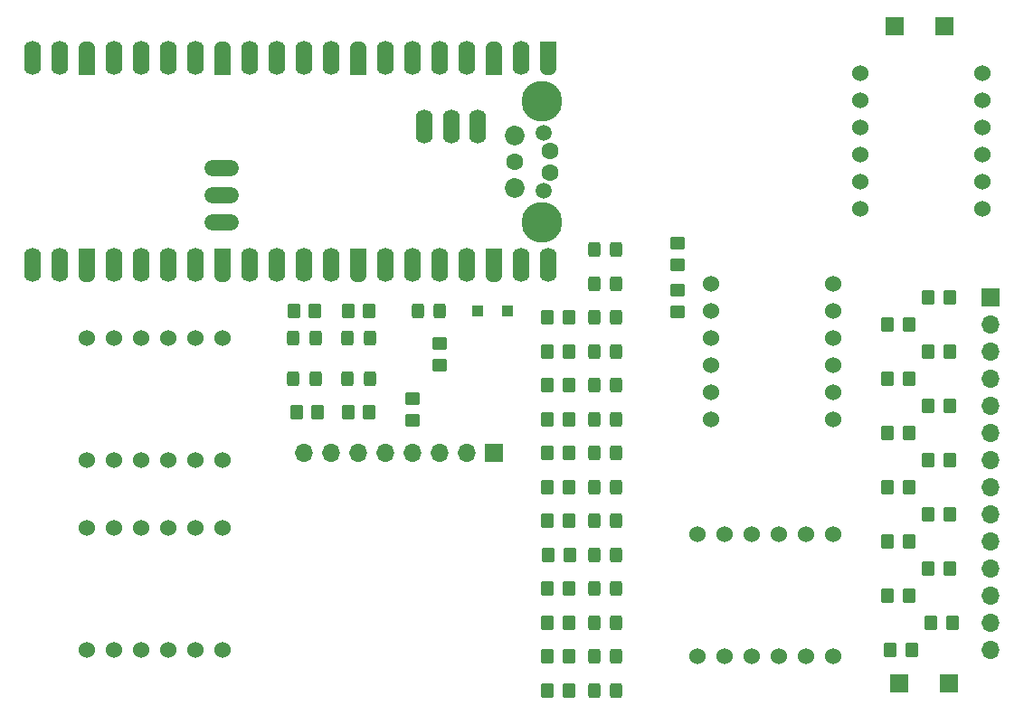
<source format=gbr>
%TF.GenerationSoftware,KiCad,Pcbnew,8.0.2*%
%TF.CreationDate,2024-05-17T23:09:10+02:00*%
%TF.ProjectId,pcb,7063622e-6b69-4636-9164-5f7063625858,rev?*%
%TF.SameCoordinates,Original*%
%TF.FileFunction,Soldermask,Top*%
%TF.FilePolarity,Negative*%
%FSLAX46Y46*%
G04 Gerber Fmt 4.6, Leading zero omitted, Abs format (unit mm)*
G04 Created by KiCad (PCBNEW 8.0.2) date 2024-05-17 23:09:10*
%MOMM*%
%LPD*%
G01*
G04 APERTURE LIST*
G04 Aperture macros list*
%AMRoundRect*
0 Rectangle with rounded corners*
0 $1 Rounding radius*
0 $2 $3 $4 $5 $6 $7 $8 $9 X,Y pos of 4 corners*
0 Add a 4 corners polygon primitive as box body*
4,1,4,$2,$3,$4,$5,$6,$7,$8,$9,$2,$3,0*
0 Add four circle primitives for the rounded corners*
1,1,$1+$1,$2,$3*
1,1,$1+$1,$4,$5*
1,1,$1+$1,$6,$7*
1,1,$1+$1,$8,$9*
0 Add four rect primitives between the rounded corners*
20,1,$1+$1,$2,$3,$4,$5,0*
20,1,$1+$1,$4,$5,$6,$7,0*
20,1,$1+$1,$6,$7,$8,$9,0*
20,1,$1+$1,$8,$9,$2,$3,0*%
%AMFreePoly0*
4,1,29,1.778017,0.779942,1.947107,0.720775,2.098792,0.625465,2.225465,0.498792,2.320775,0.347107,2.379942,0.178017,2.400000,0.000000,2.379942,-0.178017,2.320775,-0.347107,2.225465,-0.498792,2.098792,-0.625465,1.947107,-0.720775,1.778017,-0.779942,1.600000,-0.800000,0.000000,-0.800000,-0.600000,-0.800000,-0.605014,-0.794986,-0.644504,-0.794986,-0.724698,-0.756366,-0.780194,-0.686777,
-0.800000,-0.600000,-0.800000,0.600000,-0.780194,0.686777,-0.724698,0.756366,-0.644504,0.794986,-0.605014,0.794986,-0.600000,0.800000,1.600000,0.800000,1.778017,0.779942,1.778017,0.779942,$1*%
%AMFreePoly1*
4,1,29,0.605014,0.794986,0.644504,0.794986,0.724698,0.756366,0.780194,0.686777,0.800000,0.600000,0.800000,-0.600000,0.780194,-0.686777,0.724698,-0.756366,0.644504,-0.794986,0.605014,-0.794986,0.600000,-0.800000,0.000000,-0.800000,-1.600000,-0.800000,-1.778017,-0.779942,-1.947107,-0.720775,-2.098792,-0.625465,-2.225465,-0.498792,-2.320775,-0.347107,-2.379942,-0.178017,-2.400000,0.000000,
-2.379942,0.178017,-2.320775,0.347107,-2.225465,0.498792,-2.098792,0.625465,-1.947107,0.720775,-1.778017,0.779942,-1.600000,0.800000,0.600000,0.800000,0.605014,0.794986,0.605014,0.794986,$1*%
%AMFreePoly2*
4,1,28,0.178017,0.779942,0.347107,0.720775,0.498792,0.625465,0.625465,0.498792,0.720775,0.347107,0.779942,0.178017,0.800000,0.000000,0.779942,-0.178017,0.720775,-0.347107,0.625465,-0.498792,0.498792,-0.625465,0.347107,-0.720775,0.178017,-0.779942,0.000000,-0.800000,-2.200000,-0.800000,-2.205014,-0.794986,-2.244504,-0.794986,-2.324698,-0.756366,-2.380194,-0.686777,-2.400000,-0.600000,
-2.400000,0.600000,-2.380194,0.686777,-2.324698,0.756366,-2.244504,0.794986,-2.205014,0.794986,-2.200000,0.800000,0.000000,0.800000,0.178017,0.779942,0.178017,0.779942,$1*%
G04 Aperture macros list end*
%ADD10R,1.700000X1.700000*%
%ADD11C,1.524000*%
%ADD12RoundRect,0.250000X-0.350000X-0.450000X0.350000X-0.450000X0.350000X0.450000X-0.350000X0.450000X0*%
%ADD13RoundRect,0.250000X-0.325000X-0.450000X0.325000X-0.450000X0.325000X0.450000X-0.325000X0.450000X0*%
%ADD14RoundRect,0.250000X0.325000X0.450000X-0.325000X0.450000X-0.325000X-0.450000X0.325000X-0.450000X0*%
%ADD15C,1.600000*%
%ADD16RoundRect,0.800000X-0.000010X0.800000X-0.000010X-0.800000X0.000010X-0.800000X0.000010X0.800000X0*%
%ADD17RoundRect,0.800000X-0.800000X0.000010X-0.800000X-0.000010X0.800000X-0.000010X0.800000X0.000010X0*%
%ADD18FreePoly0,270.000000*%
%ADD19FreePoly1,270.000000*%
%ADD20FreePoly2,270.000000*%
%ADD21C,3.800000*%
%ADD22C,1.500000*%
%ADD23C,1.850000*%
%ADD24RoundRect,0.250000X0.450000X-0.350000X0.450000X0.350000X-0.450000X0.350000X-0.450000X-0.350000X0*%
%ADD25RoundRect,0.250000X-0.450000X0.350000X-0.450000X-0.350000X0.450000X-0.350000X0.450000X0.350000X0*%
%ADD26O,1.700000X1.700000*%
%ADD27RoundRect,0.250000X0.300000X0.300000X-0.300000X0.300000X-0.300000X-0.300000X0.300000X-0.300000X0*%
G04 APERTURE END LIST*
D10*
%TO.C,J6*%
X128475000Y-31750000D03*
%TD*%
%TO.C,J5*%
X123825000Y-31750000D03*
%TD*%
%TO.C,J4*%
X124255000Y-93345000D03*
%TD*%
%TO.C,J3*%
X128905000Y-93345000D03*
%TD*%
D11*
%TO.C,U6*%
X118110000Y-55880000D03*
X118110000Y-58420000D03*
X118110000Y-60960000D03*
X118110000Y-63500000D03*
X118110000Y-66040000D03*
X118110000Y-68580000D03*
X106680000Y-68580000D03*
X106680000Y-66040000D03*
X106680000Y-63500000D03*
X106680000Y-60960000D03*
X106680000Y-58420000D03*
X106680000Y-55880000D03*
%TD*%
%TO.C,U5*%
X120650000Y-36195000D03*
X120650000Y-38735000D03*
X120650000Y-41275000D03*
X120650000Y-43815000D03*
X120650000Y-46355000D03*
X120650000Y-48895000D03*
X132080000Y-48895000D03*
X132080000Y-46355000D03*
X132080000Y-43815000D03*
X132080000Y-41275000D03*
X132080000Y-38735000D03*
X132080000Y-36195000D03*
%TD*%
%TO.C,U4*%
X48260000Y-90170000D03*
X50800000Y-90170000D03*
X53340000Y-90170000D03*
X55880000Y-90170000D03*
X58420000Y-90170000D03*
X60960000Y-90170000D03*
X60960000Y-78740000D03*
X58420000Y-78740000D03*
X55880000Y-78740000D03*
X53340000Y-78740000D03*
X50800000Y-78740000D03*
X48260000Y-78740000D03*
%TD*%
%TO.C,U3*%
X118110000Y-79375000D03*
X115570000Y-79375000D03*
X113030000Y-79375000D03*
X110490000Y-79375000D03*
X107950000Y-79375000D03*
X105410000Y-79375000D03*
X105410000Y-90805000D03*
X107950000Y-90805000D03*
X110490000Y-90805000D03*
X113030000Y-90805000D03*
X115570000Y-90805000D03*
X118110000Y-90805000D03*
%TD*%
%TO.C,U2*%
X60960000Y-60960000D03*
X58420000Y-60960000D03*
X55880000Y-60960000D03*
X53340000Y-60960000D03*
X50800000Y-60960000D03*
X48260000Y-60960000D03*
X48260000Y-72390000D03*
X50800000Y-72390000D03*
X53340000Y-72390000D03*
X55880000Y-72390000D03*
X58420000Y-72390000D03*
X60960000Y-72390000D03*
%TD*%
D12*
%TO.C,R2*%
X123165000Y-59690000D03*
X125165000Y-59690000D03*
%TD*%
D13*
%TO.C,D9*%
X97790000Y-74930000D03*
X95740000Y-74930000D03*
%TD*%
D12*
%TO.C,R30*%
X69580000Y-58420000D03*
X67580000Y-58420000D03*
%TD*%
D14*
%TO.C,RST_I*%
X69605000Y-60960000D03*
X67555000Y-60960000D03*
%TD*%
D15*
%TO.C,U1*%
X79810000Y-41950000D03*
D16*
X79810000Y-41150000D03*
D15*
X82310000Y-41950000D03*
D16*
X82310000Y-41150000D03*
D15*
X84810000Y-41950000D03*
D16*
X84810000Y-41150000D03*
D15*
X91610000Y-43450000D03*
X91610000Y-45450000D03*
X88310000Y-44450000D03*
D17*
X60810000Y-50114100D03*
D15*
X61610000Y-50114100D03*
D17*
X60810000Y-47574100D03*
D15*
X61610000Y-47574100D03*
D17*
X60810000Y-45034100D03*
D15*
X61610000Y-45034100D03*
D16*
X91440000Y-54140000D03*
X88900000Y-54140000D03*
D18*
X86360000Y-53340000D03*
D16*
X83820000Y-54140000D03*
X81280000Y-54140000D03*
X78740000Y-54140000D03*
X76200000Y-54140000D03*
D18*
X73660000Y-53340000D03*
D16*
X71120000Y-54140000D03*
X68580000Y-54140000D03*
X66040000Y-54140000D03*
X63500000Y-54140000D03*
D18*
X60960000Y-53340000D03*
D16*
X58420000Y-54140000D03*
X55880000Y-54140000D03*
X53340000Y-54140000D03*
X50800000Y-54140000D03*
D18*
X48260000Y-53340000D03*
D16*
X45720000Y-54140000D03*
X43180000Y-54140000D03*
X43180000Y-34760000D03*
X45720000Y-34760000D03*
D19*
X48260000Y-35560000D03*
D16*
X50800000Y-34760000D03*
X53340000Y-34760000D03*
X55880000Y-34760000D03*
X58420000Y-34760000D03*
D19*
X60960000Y-35560000D03*
D16*
X63500000Y-34760000D03*
X66040000Y-34760000D03*
X68580000Y-34760000D03*
X71120000Y-34760000D03*
D19*
X73660000Y-35560000D03*
D16*
X76200000Y-34760000D03*
X78740000Y-34760000D03*
X81280000Y-34760000D03*
X83820000Y-34760000D03*
D19*
X86360000Y-35560000D03*
D16*
X88900000Y-34760000D03*
D20*
X91440000Y-35560000D03*
D21*
X90810000Y-50150000D03*
D22*
X90960000Y-47175000D03*
D23*
X88280000Y-46875000D03*
X88280000Y-42025000D03*
D22*
X90960000Y-41725000D03*
D21*
X90810000Y-38750000D03*
%TD*%
D13*
%TO.C,D11*%
X97790000Y-81280000D03*
X95740000Y-81280000D03*
%TD*%
D12*
%TO.C,R3*%
X126975000Y-62230000D03*
X128975000Y-62230000D03*
%TD*%
%TO.C,R7*%
X126975000Y-72390000D03*
X128975000Y-72390000D03*
%TD*%
%TO.C,R9*%
X126975000Y-77470000D03*
X128975000Y-77470000D03*
%TD*%
%TO.C,R6*%
X123165000Y-69850000D03*
X125165000Y-69850000D03*
%TD*%
%TO.C,R25*%
X91440000Y-81280000D03*
X93440000Y-81280000D03*
%TD*%
D13*
%TO.C,D5*%
X95740000Y-62230000D03*
X97790000Y-62230000D03*
%TD*%
D24*
%TO.C,R16*%
X103505000Y-54070000D03*
X103505000Y-52070000D03*
%TD*%
D13*
%TO.C,D13*%
X97790000Y-93980000D03*
X95740000Y-93980000D03*
%TD*%
D12*
%TO.C,R18*%
X91345000Y-59055000D03*
X93345000Y-59055000D03*
%TD*%
D13*
%TO.C,D8*%
X95740000Y-71755000D03*
X97790000Y-71755000D03*
%TD*%
D14*
%TO.C,FMT*%
X74685000Y-60960000D03*
X72635000Y-60960000D03*
%TD*%
D25*
%TO.C,R34*%
X81280000Y-61500000D03*
X81280000Y-63500000D03*
%TD*%
D10*
%TO.C,J1*%
X86360000Y-71755000D03*
D26*
X83820000Y-71755000D03*
X81280000Y-71755000D03*
X78740000Y-71755000D03*
X76200000Y-71755000D03*
X73660000Y-71755000D03*
X71120000Y-71755000D03*
X68580000Y-71755000D03*
%TD*%
D12*
%TO.C,R27*%
X91345000Y-93980000D03*
X93345000Y-93980000D03*
%TD*%
%TO.C,R19*%
X91345000Y-62230000D03*
X93345000Y-62230000D03*
%TD*%
%TO.C,R31*%
X67850000Y-67945000D03*
X69850000Y-67945000D03*
%TD*%
D14*
%TO.C,RST_O*%
X69605000Y-64770000D03*
X67555000Y-64770000D03*
%TD*%
D13*
%TO.C,D15*%
X95740000Y-87630000D03*
X97790000Y-87630000D03*
%TD*%
D12*
%TO.C,R5*%
X126975000Y-67310000D03*
X128975000Y-67310000D03*
%TD*%
D13*
%TO.C,D10*%
X95740000Y-78105000D03*
X97790000Y-78105000D03*
%TD*%
%TO.C,D12*%
X97790000Y-84455000D03*
X95740000Y-84455000D03*
%TD*%
D12*
%TO.C,R1*%
X126975000Y-57150000D03*
X128975000Y-57150000D03*
%TD*%
D14*
%TO.C,POWER*%
X79230000Y-58420000D03*
X81280000Y-58420000D03*
%TD*%
D12*
%TO.C,R24*%
X91345000Y-78105000D03*
X93345000Y-78105000D03*
%TD*%
%TO.C,R28*%
X91345000Y-90805000D03*
X93345000Y-90805000D03*
%TD*%
%TO.C,R29*%
X91345000Y-87630000D03*
X93345000Y-87630000D03*
%TD*%
%TO.C,R21*%
X91345000Y-68580000D03*
X93345000Y-68580000D03*
%TD*%
%TO.C,R20*%
X91345000Y-65405000D03*
X93345000Y-65405000D03*
%TD*%
D13*
%TO.C,D2*%
X95740000Y-52705000D03*
X97790000Y-52705000D03*
%TD*%
D12*
%TO.C,R10*%
X123165000Y-80010000D03*
X125165000Y-80010000D03*
%TD*%
%TO.C,R26*%
X91345000Y-84455000D03*
X93345000Y-84455000D03*
%TD*%
%TO.C,R33*%
X72660000Y-67945000D03*
X74660000Y-67945000D03*
%TD*%
%TO.C,R4*%
X123165000Y-64770000D03*
X125165000Y-64770000D03*
%TD*%
%TO.C,R11*%
X126975000Y-82550000D03*
X128975000Y-82550000D03*
%TD*%
D13*
%TO.C,D4*%
X95740000Y-59055000D03*
X97790000Y-59055000D03*
%TD*%
D14*
%TO.C,LANG*%
X74685000Y-64770000D03*
X72635000Y-64770000D03*
%TD*%
D12*
%TO.C,R22*%
X91345000Y-71755000D03*
X93345000Y-71755000D03*
%TD*%
D25*
%TO.C,R17*%
X103505000Y-56515000D03*
X103505000Y-58515000D03*
%TD*%
D12*
%TO.C,R23*%
X91345000Y-74930000D03*
X93345000Y-74930000D03*
%TD*%
D13*
%TO.C,D14*%
X95740000Y-90805000D03*
X97790000Y-90805000D03*
%TD*%
D10*
%TO.C,J2*%
X132785000Y-57150000D03*
D26*
X132785000Y-59690000D03*
X132785000Y-62230000D03*
X132785000Y-64770000D03*
X132785000Y-67310000D03*
X132785000Y-69850000D03*
X132785000Y-72390000D03*
X132785000Y-74930000D03*
X132785000Y-77470000D03*
X132785000Y-80010000D03*
X132785000Y-82550000D03*
X132785000Y-85090000D03*
X132785000Y-87630000D03*
X132785000Y-90170000D03*
%TD*%
D12*
%TO.C,R14*%
X123435000Y-90170000D03*
X125435000Y-90170000D03*
%TD*%
%TO.C,R8*%
X123165000Y-74930000D03*
X125165000Y-74930000D03*
%TD*%
%TO.C,R13*%
X127245000Y-87630000D03*
X129245000Y-87630000D03*
%TD*%
%TO.C,R32*%
X72660000Y-58420000D03*
X74660000Y-58420000D03*
%TD*%
D13*
%TO.C,D3*%
X95740000Y-55880000D03*
X97790000Y-55880000D03*
%TD*%
D12*
%TO.C,R12*%
X123165000Y-85090000D03*
X125165000Y-85090000D03*
%TD*%
D13*
%TO.C,D7*%
X95740000Y-68580000D03*
X97790000Y-68580000D03*
%TD*%
D27*
%TO.C,D1*%
X87630000Y-58420000D03*
X84830000Y-58420000D03*
%TD*%
D13*
%TO.C,D6*%
X95740000Y-65405000D03*
X97790000Y-65405000D03*
%TD*%
D25*
%TO.C,R15*%
X78740000Y-66675000D03*
X78740000Y-68675000D03*
%TD*%
M02*

</source>
